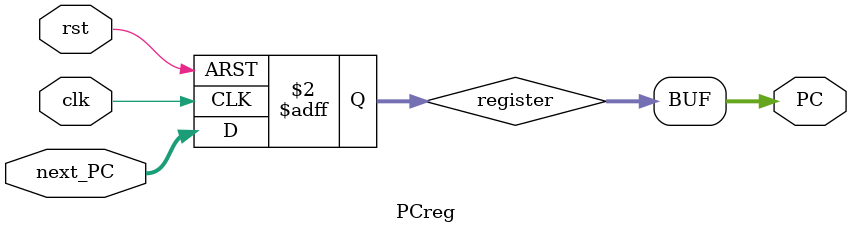
<source format=sv>
module PCreg #(
	parameter DATA_WIDTH = 32
)(
    input logic [DATA_WIDTH-1:0] next_PC,
    input logic rst,
    input logic clk,
    output logic [DATA_WIDTH-1:0] PC
);

logic [DATA_WIDTH-1:0] register;

always_ff @(posedge clk, posedge rst)
    if (rst)
        register <= 0;
    else
        register <= next_PC;

assign PC = register;
endmodule

</source>
